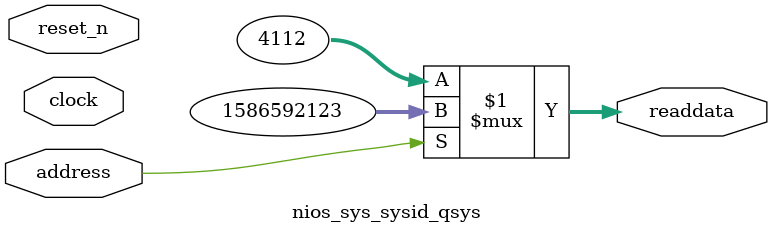
<source format=v>



// synthesis translate_off
`timescale 1ns / 1ps
// synthesis translate_on

// turn off superfluous verilog processor warnings 
// altera message_level Level1 
// altera message_off 10034 10035 10036 10037 10230 10240 10030 

module nios_sys_sysid_qsys (
               // inputs:
                address,
                clock,
                reset_n,

               // outputs:
                readdata
             )
;

  output  [ 31: 0] readdata;
  input            address;
  input            clock;
  input            reset_n;

  wire    [ 31: 0] readdata;
  //control_slave, which is an e_avalon_slave
  assign readdata = address ? 1586592123 : 4112;

endmodule



</source>
